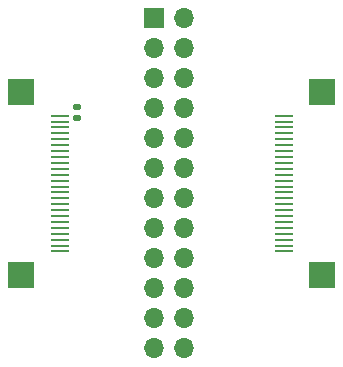
<source format=gbr>
%TF.GenerationSoftware,KiCad,Pcbnew,5.99.0-unknown-7565f60a0~106~ubuntu20.04.1*%
%TF.CreationDate,2020-12-13T15:13:58+00:00*%
%TF.ProjectId,24pin_flex_interposer,32347069-6e5f-4666-9c65-785f696e7465,rev?*%
%TF.SameCoordinates,Original*%
%TF.FileFunction,Soldermask,Top*%
%TF.FilePolarity,Negative*%
%FSLAX46Y46*%
G04 Gerber Fmt 4.6, Leading zero omitted, Abs format (unit mm)*
G04 Created by KiCad (PCBNEW 5.99.0-unknown-7565f60a0~106~ubuntu20.04.1) date 2020-12-13 15:13:58*
%MOMM*%
%LPD*%
G01*
G04 APERTURE LIST*
G04 Aperture macros list*
%AMRoundRect*
0 Rectangle with rounded corners*
0 $1 Rounding radius*
0 $2 $3 $4 $5 $6 $7 $8 $9 X,Y pos of 4 corners*
0 Add a 4 corners polygon primitive as box body*
4,1,4,$2,$3,$4,$5,$6,$7,$8,$9,$2,$3,0*
0 Add four circle primitives for the rounded corners*
1,1,$1+$1,$2,$3,0*
1,1,$1+$1,$4,$5,0*
1,1,$1+$1,$6,$7,0*
1,1,$1+$1,$8,$9,0*
0 Add four rect primitives between the rounded corners*
20,1,$1+$1,$2,$3,$4,$5,0*
20,1,$1+$1,$4,$5,$6,$7,0*
20,1,$1+$1,$6,$7,$8,$9,0*
20,1,$1+$1,$8,$9,$2,$3,0*%
G04 Aperture macros list end*
%ADD10RoundRect,0.140000X-0.170000X0.140000X-0.170000X-0.140000X0.170000X-0.140000X0.170000X0.140000X0*%
%ADD11R,2.200000X2.200000*%
%ADD12R,1.600000X0.250000*%
%ADD13O,1.700000X1.700000*%
%ADD14R,1.700000X1.700000*%
G04 APERTURE END LIST*
D10*
%TO.C,C1*%
X105500000Y-83480000D03*
X105500000Y-82520000D03*
%TD*%
D11*
%TO.C,J3*%
X100750000Y-96750000D03*
X100750000Y-81250000D03*
D12*
X104000000Y-94750000D03*
X104000000Y-94250000D03*
X104000000Y-93750000D03*
X104000000Y-93250000D03*
X104000000Y-92750000D03*
X104000000Y-92250000D03*
X104000000Y-91750000D03*
X104000000Y-91250000D03*
X104000000Y-90750000D03*
X104000000Y-90250000D03*
X104000000Y-89750000D03*
X104000000Y-89250000D03*
X104000000Y-88750000D03*
X104000000Y-88250000D03*
X104000000Y-87750000D03*
X104000000Y-87250000D03*
X104000000Y-86750000D03*
X104000000Y-86250000D03*
X104000000Y-85750000D03*
X104000000Y-85250000D03*
X104000000Y-84750000D03*
X104000000Y-84250000D03*
X104000000Y-83750000D03*
X104000000Y-83250000D03*
%TD*%
D13*
%TO.C,J2*%
X114540000Y-102940000D03*
X112000000Y-102940000D03*
X114540000Y-100400000D03*
X112000000Y-100400000D03*
X114540000Y-97860000D03*
X112000000Y-97860000D03*
X114540000Y-95320000D03*
X112000000Y-95320000D03*
X114540000Y-92780000D03*
X112000000Y-92780000D03*
X114540000Y-90240000D03*
X112000000Y-90240000D03*
X114540000Y-87700000D03*
X112000000Y-87700000D03*
X114540000Y-85160000D03*
X112000000Y-85160000D03*
X114540000Y-82620000D03*
X112000000Y-82620000D03*
X114540000Y-80080000D03*
X112000000Y-80080000D03*
X114540000Y-77540000D03*
X112000000Y-77540000D03*
X114540000Y-75000000D03*
D14*
X112000000Y-75000000D03*
%TD*%
D11*
%TO.C,J1*%
X126250000Y-81250000D03*
X126250000Y-96750000D03*
D12*
X123000000Y-83250000D03*
X123000000Y-83750000D03*
X123000000Y-84250000D03*
X123000000Y-84750000D03*
X123000000Y-85250000D03*
X123000000Y-85750000D03*
X123000000Y-86250000D03*
X123000000Y-86750000D03*
X123000000Y-87250000D03*
X123000000Y-87750000D03*
X123000000Y-88250000D03*
X123000000Y-88750000D03*
X123000000Y-89250000D03*
X123000000Y-89750000D03*
X123000000Y-90250000D03*
X123000000Y-90750000D03*
X123000000Y-91250000D03*
X123000000Y-91750000D03*
X123000000Y-92250000D03*
X123000000Y-92750000D03*
X123000000Y-93250000D03*
X123000000Y-93750000D03*
X123000000Y-94250000D03*
X123000000Y-94750000D03*
%TD*%
M02*

</source>
